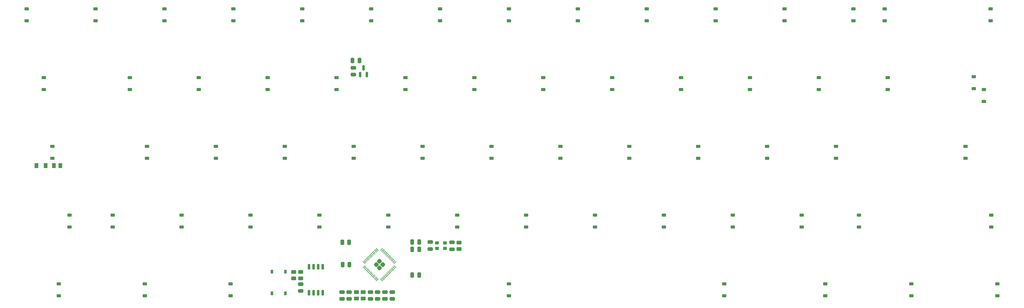
<source format=gbr>
%TF.GenerationSoftware,KiCad,Pcbnew,8.0.1*%
%TF.CreationDate,2025-05-08T03:48:04+09:00*%
%TF.ProjectId,neo60core_rp2040,6e656f36-3063-46f7-9265-5f7270323034,rev?*%
%TF.SameCoordinates,Original*%
%TF.FileFunction,Paste,Bot*%
%TF.FilePolarity,Positive*%
%FSLAX46Y46*%
G04 Gerber Fmt 4.6, Leading zero omitted, Abs format (unit mm)*
G04 Created by KiCad (PCBNEW 8.0.1) date 2025-05-08 03:48:04*
%MOMM*%
%LPD*%
G01*
G04 APERTURE LIST*
G04 Aperture macros list*
%AMRoundRect*
0 Rectangle with rounded corners*
0 $1 Rounding radius*
0 $2 $3 $4 $5 $6 $7 $8 $9 X,Y pos of 4 corners*
0 Add a 4 corners polygon primitive as box body*
4,1,4,$2,$3,$4,$5,$6,$7,$8,$9,$2,$3,0*
0 Add four circle primitives for the rounded corners*
1,1,$1+$1,$2,$3*
1,1,$1+$1,$4,$5*
1,1,$1+$1,$6,$7*
1,1,$1+$1,$8,$9*
0 Add four rect primitives between the rounded corners*
20,1,$1+$1,$2,$3,$4,$5,0*
20,1,$1+$1,$4,$5,$6,$7,0*
20,1,$1+$1,$6,$7,$8,$9,0*
20,1,$1+$1,$8,$9,$2,$3,0*%
%AMOutline5P*
0 Free polygon, 5 corners , with rotation*
0 The origin of the aperture is its center*
0 number of corners: always 5*
0 $1 to $10 corner X, Y*
0 $11 Rotation angle, in degrees counterclockwise*
0 create outline with 5 corners*
4,1,5,$1,$2,$3,$4,$5,$6,$7,$8,$9,$10,$1,$2,$11*%
%AMOutline6P*
0 Free polygon, 6 corners , with rotation*
0 The origin of the aperture is its center*
0 number of corners: always 6*
0 $1 to $12 corner X, Y*
0 $13 Rotation angle, in degrees counterclockwise*
0 create outline with 6 corners*
4,1,6,$1,$2,$3,$4,$5,$6,$7,$8,$9,$10,$11,$12,$1,$2,$13*%
%AMOutline7P*
0 Free polygon, 7 corners , with rotation*
0 The origin of the aperture is its center*
0 number of corners: always 7*
0 $1 to $14 corner X, Y*
0 $15 Rotation angle, in degrees counterclockwise*
0 create outline with 7 corners*
4,1,7,$1,$2,$3,$4,$5,$6,$7,$8,$9,$10,$11,$12,$13,$14,$1,$2,$15*%
%AMOutline8P*
0 Free polygon, 8 corners , with rotation*
0 The origin of the aperture is its center*
0 number of corners: always 8*
0 $1 to $16 corner X, Y*
0 $17 Rotation angle, in degrees counterclockwise*
0 create outline with 8 corners*
4,1,8,$1,$2,$3,$4,$5,$6,$7,$8,$9,$10,$11,$12,$13,$14,$15,$16,$1,$2,$17*%
G04 Aperture macros list end*
%ADD10RoundRect,0.250000X0.250000X0.475000X-0.250000X0.475000X-0.250000X-0.475000X0.250000X-0.475000X0*%
%ADD11RoundRect,0.225000X0.375000X-0.225000X0.375000X0.225000X-0.375000X0.225000X-0.375000X-0.225000X0*%
%ADD12Outline5P,-0.500000X0.450000X0.500000X0.450000X0.500000X-0.225000X0.275000X-0.450000X-0.500000X-0.450000X0.000000*%
%ADD13R,1.000000X0.900000*%
%ADD14R,1.000000X1.400000*%
%ADD15RoundRect,0.250000X-0.475000X0.250000X-0.475000X-0.250000X0.475000X-0.250000X0.475000X0.250000X0*%
%ADD16RoundRect,0.150000X0.150000X-0.587500X0.150000X0.587500X-0.150000X0.587500X-0.150000X-0.587500X0*%
%ADD17RoundRect,0.250000X-0.250000X-0.475000X0.250000X-0.475000X0.250000X0.475000X-0.250000X0.475000X0*%
%ADD18RoundRect,0.250000X0.450000X-0.262500X0.450000X0.262500X-0.450000X0.262500X-0.450000X-0.262500X0*%
%ADD19RoundRect,0.150000X-0.150000X0.650000X-0.150000X-0.650000X0.150000X-0.650000X0.150000X0.650000X0*%
%ADD20RoundRect,0.250000X0.475000X-0.250000X0.475000X0.250000X-0.475000X0.250000X-0.475000X-0.250000X0*%
%ADD21RoundRect,0.225000X-0.375000X0.225000X-0.375000X-0.225000X0.375000X-0.225000X0.375000X0.225000X0*%
%ADD22RoundRect,0.250000X-0.413257X0.000000X0.000000X-0.413257X0.413257X0.000000X0.000000X0.413257X0*%
%ADD23RoundRect,0.050000X-0.309359X0.238649X0.238649X-0.309359X0.309359X-0.238649X-0.238649X0.309359X0*%
%ADD24RoundRect,0.050000X-0.309359X-0.238649X-0.238649X-0.309359X0.309359X0.238649X0.238649X0.309359X0*%
%ADD25RoundRect,0.250000X-0.450000X0.262500X-0.450000X-0.262500X0.450000X-0.262500X0.450000X0.262500X0*%
%ADD26RoundRect,0.250000X-0.262500X-0.450000X0.262500X-0.450000X0.262500X0.450000X-0.262500X0.450000X0*%
%ADD27R,0.750000X1.000000*%
G04 APERTURE END LIST*
D10*
%TO.C,C7*%
X152125000Y-97675000D03*
X150225000Y-97675000D03*
%TD*%
D11*
%TO.C,D30*%
X76937500Y-74468750D03*
X76937500Y-71168750D03*
%TD*%
D12*
%TO.C,Y1*%
X157100000Y-97900000D03*
D13*
X159250000Y-97900000D03*
X159250000Y-99450000D03*
X157100000Y-99450000D03*
%TD*%
D14*
%TO.C,D65*%
X46375001Y-76475000D03*
X48874999Y-76475000D03*
%TD*%
D11*
%TO.C,D20*%
X148375000Y-55418750D03*
X148375000Y-52118750D03*
%TD*%
%TO.C,D2*%
X62650000Y-36368750D03*
X62650000Y-33068750D03*
%TD*%
D10*
%TO.C,C12*%
X135625000Y-47350000D03*
X133725000Y-47350000D03*
%TD*%
D11*
%TO.C,D66*%
X67412500Y-93518750D03*
X67412500Y-90218750D03*
%TD*%
%TO.C,D55*%
X76306250Y-112568750D03*
X76306250Y-109268750D03*
%TD*%
%TO.C,D23*%
X205525000Y-55418750D03*
X205525000Y-52118750D03*
%TD*%
D15*
%TO.C,C16*%
X119400000Y-109350001D03*
X119400000Y-111249999D03*
%TD*%
D11*
%TO.C,D3*%
X81700000Y-36368750D03*
X81700000Y-33068750D03*
%TD*%
%TO.C,D62*%
X273737500Y-93518750D03*
X273737500Y-90218750D03*
%TD*%
%TO.C,D22*%
X186475000Y-55418750D03*
X186475000Y-52118750D03*
%TD*%
D16*
%TO.C,U2*%
X137712501Y-51287500D03*
X135812501Y-51287500D03*
X136762501Y-49412499D03*
%TD*%
D17*
%TO.C,C5*%
X130975001Y-103937214D03*
X132874999Y-103937214D03*
%TD*%
D11*
%TO.C,D44*%
X105512500Y-93518750D03*
X105512500Y-90218750D03*
%TD*%
%TO.C,D24*%
X224575000Y-55418750D03*
X224575000Y-52118750D03*
%TD*%
%TO.C,D14*%
X280881250Y-36368750D03*
X280881250Y-33068750D03*
%TD*%
%TO.C,D17*%
X91225000Y-55418750D03*
X91225000Y-52118750D03*
%TD*%
%TO.C,D60*%
X288237500Y-112568750D03*
X288237500Y-109268750D03*
%TD*%
%TO.C,D45*%
X124562500Y-93518750D03*
X124562500Y-90218750D03*
%TD*%
%TO.C,D29*%
X50743750Y-74468750D03*
X50743750Y-71168750D03*
%TD*%
%TO.C,D58*%
X236481250Y-112568750D03*
X236481250Y-109268750D03*
%TD*%
%TO.C,D13*%
X272200000Y-36368750D03*
X272200000Y-33068750D03*
%TD*%
%TO.C,D39*%
X248387500Y-74468750D03*
X248387500Y-71168750D03*
%TD*%
%TO.C,D18*%
X110275000Y-55418750D03*
X110275000Y-52118750D03*
%TD*%
D18*
%TO.C,R6*%
X117450000Y-107762500D03*
X117450000Y-105937500D03*
%TD*%
D11*
%TO.C,D11*%
X234100000Y-36368750D03*
X234100000Y-33068750D03*
%TD*%
%TO.C,D26*%
X262675000Y-55418750D03*
X262675000Y-52118750D03*
%TD*%
%TO.C,D31*%
X95987500Y-74468750D03*
X95987500Y-71168750D03*
%TD*%
%TO.C,D4*%
X100750000Y-36368750D03*
X100750000Y-33068750D03*
%TD*%
%TO.C,D7*%
X157900000Y-36368750D03*
X157900000Y-33068750D03*
%TD*%
%TO.C,D40*%
X267437500Y-74468750D03*
X267437500Y-71168750D03*
%TD*%
%TO.C,D56*%
X100012500Y-112568750D03*
X100012500Y-109268750D03*
%TD*%
%TO.C,D52*%
X257912500Y-93518750D03*
X257912500Y-90218750D03*
%TD*%
%TO.C,D46*%
X143612500Y-93518750D03*
X143612500Y-90218750D03*
%TD*%
%TO.C,D61*%
X312050000Y-112568750D03*
X312050000Y-109268750D03*
%TD*%
%TO.C,D36*%
X191237500Y-74468750D03*
X191237500Y-71168750D03*
%TD*%
%TO.C,D6*%
X138850000Y-36368750D03*
X138850000Y-33068750D03*
%TD*%
%TO.C,D43*%
X86462500Y-93518750D03*
X86462500Y-90218750D03*
%TD*%
%TO.C,D51*%
X238862500Y-93518750D03*
X238862500Y-90218750D03*
%TD*%
D19*
%TO.C,U3*%
X121720000Y-104525000D03*
X122990000Y-104525000D03*
X124260000Y-104525000D03*
X125530000Y-104525000D03*
X125530000Y-111725000D03*
X124260000Y-111725000D03*
X122990000Y-111725000D03*
X121720000Y-111725000D03*
%TD*%
D11*
%TO.C,D54*%
X52493750Y-112568750D03*
X52493750Y-109268750D03*
%TD*%
%TO.C,D42*%
X55506250Y-93518750D03*
X55506250Y-90218750D03*
%TD*%
%TO.C,D32*%
X115037500Y-74468750D03*
X115037500Y-71168750D03*
%TD*%
D20*
%TO.C,C14*%
X155175000Y-99600000D03*
X155175000Y-97700002D03*
%TD*%
D11*
%TO.C,D12*%
X253150000Y-36368750D03*
X253150000Y-33068750D03*
%TD*%
%TO.C,D28*%
X305537500Y-55175000D03*
X305537500Y-51875000D03*
%TD*%
D20*
%TO.C,C13*%
X133950000Y-51299999D03*
X133950000Y-49400001D03*
%TD*%
D11*
%TO.C,D15*%
X48362500Y-55418750D03*
X48362500Y-52118750D03*
%TD*%
D15*
%TO.C,C9*%
X130800000Y-111525001D03*
X130800000Y-113424999D03*
%TD*%
D20*
%TO.C,C1*%
X142675000Y-113424998D03*
X142675000Y-111525000D03*
%TD*%
D11*
%TO.C,D35*%
X172187500Y-74468750D03*
X172187500Y-71168750D03*
%TD*%
D15*
%TO.C,C8*%
X140675000Y-111525000D03*
X140675000Y-113424998D03*
%TD*%
D11*
%TO.C,D8*%
X176950000Y-36368750D03*
X176950000Y-33068750D03*
%TD*%
%TO.C,D25*%
X243625000Y-55418750D03*
X243625000Y-52118750D03*
%TD*%
%TO.C,D27*%
X281725000Y-55418750D03*
X281725000Y-52118750D03*
%TD*%
%TO.C,D53*%
X310300000Y-93518750D03*
X310300000Y-90218750D03*
%TD*%
D17*
%TO.C,C10*%
X150225001Y-99675000D03*
X152124999Y-99675000D03*
%TD*%
D21*
%TO.C,D63*%
X308275000Y-55425000D03*
X308275000Y-58725000D03*
%TD*%
D11*
%TO.C,D19*%
X129325000Y-55418750D03*
X129325000Y-52118750D03*
%TD*%
%TO.C,D41*%
X303225000Y-74468750D03*
X303225000Y-71168750D03*
%TD*%
D22*
%TO.C,U1*%
X141176427Y-103035653D03*
X140274866Y-103937214D03*
X142077988Y-103937214D03*
X141176427Y-104838775D03*
D23*
X136907270Y-103345012D03*
X137190113Y-103062169D03*
X137472955Y-102779327D03*
X137755798Y-102496484D03*
X138038641Y-102213641D03*
X138321483Y-101930799D03*
X138604326Y-101647956D03*
X138887169Y-101365113D03*
X139170012Y-101082270D03*
X139452854Y-100799428D03*
X139735697Y-100516585D03*
X140018540Y-100233742D03*
X140301382Y-99950900D03*
X140584225Y-99668057D03*
D24*
X141768629Y-99668057D03*
X142051472Y-99950900D03*
X142334314Y-100233742D03*
X142617157Y-100516585D03*
X142900000Y-100799428D03*
X143182842Y-101082270D03*
X143465685Y-101365113D03*
X143748528Y-101647956D03*
X144031371Y-101930799D03*
X144314213Y-102213641D03*
X144597056Y-102496484D03*
X144879899Y-102779327D03*
X145162741Y-103062169D03*
X145445584Y-103345012D03*
D23*
X145445584Y-104529416D03*
X145162741Y-104812259D03*
X144879899Y-105095101D03*
X144597056Y-105377944D03*
X144314213Y-105660787D03*
X144031371Y-105943629D03*
X143748528Y-106226472D03*
X143465685Y-106509315D03*
X143182842Y-106792158D03*
X142900000Y-107075000D03*
X142617157Y-107357843D03*
X142334314Y-107640686D03*
X142051472Y-107923528D03*
X141768629Y-108206371D03*
D24*
X140584225Y-108206371D03*
X140301382Y-107923528D03*
X140018540Y-107640686D03*
X139735697Y-107357843D03*
X139452854Y-107075000D03*
X139170012Y-106792158D03*
X138887169Y-106509315D03*
X138604326Y-106226472D03*
X138321483Y-105943629D03*
X138038641Y-105660787D03*
X137755798Y-105377944D03*
X137472955Y-105095101D03*
X137190113Y-104812259D03*
X136907270Y-104529416D03*
%TD*%
D20*
%TO.C,C2*%
X144675000Y-113424998D03*
X144675000Y-111525000D03*
%TD*%
D11*
%TO.C,D57*%
X176950000Y-112568750D03*
X176950000Y-109268750D03*
%TD*%
D20*
%TO.C,C3*%
X132800000Y-113424999D03*
X132800000Y-111525001D03*
%TD*%
D11*
%TO.C,D10*%
X215050000Y-36368750D03*
X215050000Y-33068750D03*
%TD*%
D17*
%TO.C,C6*%
X130900001Y-97750000D03*
X132799999Y-97750000D03*
%TD*%
D25*
%TO.C,R2*%
X136704327Y-111545342D03*
X136704327Y-113370342D03*
%TD*%
D11*
%TO.C,D16*%
X72175000Y-55418750D03*
X72175000Y-52118750D03*
%TD*%
%TO.C,D48*%
X181712500Y-93518750D03*
X181712500Y-90218750D03*
%TD*%
%TO.C,D5*%
X119800000Y-36368750D03*
X119800000Y-33068750D03*
%TD*%
D18*
%TO.C,R1*%
X134779327Y-113370342D03*
X134779327Y-111545342D03*
%TD*%
D15*
%TO.C,C15*%
X161200000Y-97775001D03*
X161200000Y-99674999D03*
%TD*%
D11*
%TO.C,D37*%
X210287500Y-74468750D03*
X210287500Y-71168750D03*
%TD*%
%TO.C,D64*%
X310157813Y-36368750D03*
X310157813Y-33068750D03*
%TD*%
%TO.C,D59*%
X264425000Y-112568750D03*
X264425000Y-109268750D03*
%TD*%
%TO.C,D21*%
X167425000Y-55418750D03*
X167425000Y-52118750D03*
%TD*%
%TO.C,D50*%
X219812500Y-93518750D03*
X219812500Y-90218750D03*
%TD*%
%TO.C,D9*%
X196000000Y-36368750D03*
X196000000Y-33068750D03*
%TD*%
D18*
%TO.C,R5*%
X119400000Y-107762500D03*
X119400000Y-105937500D03*
%TD*%
D11*
%TO.C,D38*%
X229337500Y-74468750D03*
X229337500Y-71168750D03*
%TD*%
D15*
%TO.C,C11*%
X138675000Y-111525001D03*
X138675000Y-113424999D03*
%TD*%
D21*
%TO.C,D1*%
X43600000Y-33068750D03*
X43600000Y-36368750D03*
%TD*%
D11*
%TO.C,D34*%
X153137500Y-74468750D03*
X153137500Y-71168750D03*
%TD*%
D10*
%TO.C,C4*%
X152124999Y-106825000D03*
X150225001Y-106825000D03*
%TD*%
D11*
%TO.C,D49*%
X200762500Y-93518750D03*
X200762500Y-90218750D03*
%TD*%
D26*
%TO.C,R3*%
X51125000Y-76475000D03*
X52950000Y-76475000D03*
%TD*%
D27*
%TO.C,BOOTSEL1*%
X111431251Y-105917500D03*
X111431251Y-111917500D03*
X115181251Y-105917500D03*
X115181251Y-111917500D03*
%TD*%
D11*
%TO.C,D33*%
X134087500Y-74468750D03*
X134087500Y-71168750D03*
%TD*%
%TO.C,D47*%
X162662500Y-93518750D03*
X162662500Y-90218750D03*
%TD*%
D18*
%TO.C,R4*%
X163200000Y-99637500D03*
X163200000Y-97812500D03*
%TD*%
M02*

</source>
